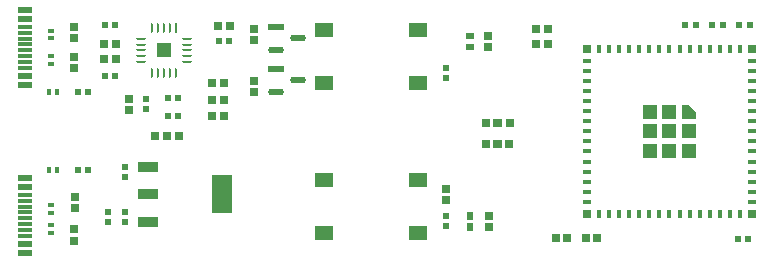
<source format=gtp>
G04*
G04 #@! TF.GenerationSoftware,Altium Limited,Altium Designer,24.10.1 (45)*
G04*
G04 Layer_Color=8421504*
%FSLAX25Y25*%
%MOIN*%
G70*
G04*
G04 #@! TF.SameCoordinates,D3134D55-57E6-493F-9EDF-3C94872CC342*
G04*
G04*
G04 #@! TF.FilePolarity,Positive*
G04*
G01*
G75*
%ADD15R,0.05105X0.05105*%
%ADD16R,0.02816X0.02648*%
%ADD17R,0.02648X0.02816*%
%ADD18R,0.04528X0.02362*%
%ADD19R,0.04528X0.01181*%
%ADD20R,0.04724X0.04724*%
%ADD21R,0.03150X0.01575*%
%ADD22R,0.01575X0.03150*%
%ADD23R,0.03150X0.03150*%
%ADD24R,0.02423X0.02254*%
G04:AMPARAMS|DCode=25|XSize=35.43mil|YSize=68.9mil|CornerRadius=1.95mil|HoleSize=0mil|Usage=FLASHONLY|Rotation=90.000|XOffset=0mil|YOffset=0mil|HoleType=Round|Shape=RoundedRectangle|*
%AMROUNDEDRECTD25*
21,1,0.03543,0.06500,0,0,90.0*
21,1,0.03154,0.06890,0,0,90.0*
1,1,0.00390,0.03250,0.01577*
1,1,0.00390,0.03250,-0.01577*
1,1,0.00390,-0.03250,-0.01577*
1,1,0.00390,-0.03250,0.01577*
%
%ADD25ROUNDEDRECTD25*%
G04:AMPARAMS|DCode=26|XSize=125.98mil|YSize=68.9mil|CornerRadius=2.07mil|HoleSize=0mil|Usage=FLASHONLY|Rotation=90.000|XOffset=0mil|YOffset=0mil|HoleType=Round|Shape=RoundedRectangle|*
%AMROUNDEDRECTD26*
21,1,0.12598,0.06476,0,0,90.0*
21,1,0.12185,0.06890,0,0,90.0*
1,1,0.00413,0.03238,0.06093*
1,1,0.00413,0.03238,-0.06093*
1,1,0.00413,-0.03238,-0.06093*
1,1,0.00413,-0.03238,0.06093*
%
%ADD26ROUNDEDRECTD26*%
%ADD27R,0.00955X0.03306*%
G04:AMPARAMS|DCode=28|XSize=33.06mil|YSize=9.55mil|CornerRadius=4.77mil|HoleSize=0mil|Usage=FLASHONLY|Rotation=270.000|XOffset=0mil|YOffset=0mil|HoleType=Round|Shape=RoundedRectangle|*
%AMROUNDEDRECTD28*
21,1,0.03306,0.00000,0,0,270.0*
21,1,0.02351,0.00955,0,0,270.0*
1,1,0.00955,0.00000,-0.01176*
1,1,0.00955,0.00000,0.01176*
1,1,0.00955,0.00000,0.01176*
1,1,0.00955,0.00000,-0.01176*
%
%ADD28ROUNDEDRECTD28*%
G04:AMPARAMS|DCode=29|XSize=9.55mil|YSize=33.06mil|CornerRadius=4.77mil|HoleSize=0mil|Usage=FLASHONLY|Rotation=270.000|XOffset=0mil|YOffset=0mil|HoleType=Round|Shape=RoundedRectangle|*
%AMROUNDEDRECTD29*
21,1,0.00955,0.02351,0,0,270.0*
21,1,0.00000,0.03306,0,0,270.0*
1,1,0.00955,-0.01176,0.00000*
1,1,0.00955,-0.01176,0.00000*
1,1,0.00955,0.01176,0.00000*
1,1,0.00955,0.01176,0.00000*
%
%ADD29ROUNDEDRECTD29*%
%ADD30R,0.02254X0.02423*%
%ADD31R,0.02362X0.01378*%
%ADD32R,0.01378X0.02362*%
%ADD33R,0.02756X0.02362*%
%ADD34R,0.01968X0.02756*%
%ADD35R,0.06102X0.05118*%
G04:AMPARAMS|DCode=36|XSize=53.43mil|YSize=22.53mil|CornerRadius=11.26mil|HoleSize=0mil|Usage=FLASHONLY|Rotation=0.000|XOffset=0mil|YOffset=0mil|HoleType=Round|Shape=RoundedRectangle|*
%AMROUNDEDRECTD36*
21,1,0.05343,0.00000,0,0,0.0*
21,1,0.03091,0.02253,0,0,0.0*
1,1,0.02253,0.01545,0.00000*
1,1,0.02253,-0.01545,0.00000*
1,1,0.02253,-0.01545,0.00000*
1,1,0.02253,0.01545,0.00000*
%
%ADD36ROUNDEDRECTD36*%
%ADD37R,0.05343X0.02253*%
G36*
X243638Y54134D02*
Y58858D01*
X246000D01*
X248362Y56496D01*
Y54134D01*
X243638D01*
D02*
G37*
D15*
X71000Y77000D02*
D03*
D16*
X68116Y48500D02*
D03*
X71884D02*
D03*
X72116D02*
D03*
X75884D02*
D03*
X92884Y85300D02*
D03*
X89116D02*
D03*
X54884Y74000D02*
D03*
X51116D02*
D03*
Y79000D02*
D03*
X54884D02*
D03*
X87116Y66000D02*
D03*
X90884D02*
D03*
X87116Y55000D02*
D03*
X90884D02*
D03*
Y60500D02*
D03*
X87116D02*
D03*
X198884Y84000D02*
D03*
X195116D02*
D03*
X205384Y14500D02*
D03*
X201616D02*
D03*
X198884Y79000D02*
D03*
X195116D02*
D03*
X215384Y14500D02*
D03*
X211616D02*
D03*
X178332Y52900D02*
D03*
X182100D02*
D03*
X182068Y45900D02*
D03*
X178300D02*
D03*
X186200Y52900D02*
D03*
X182432D02*
D03*
X182300Y45900D02*
D03*
X186068D02*
D03*
D17*
X59500Y60884D02*
D03*
Y57116D02*
D03*
X179500Y21884D02*
D03*
Y18116D02*
D03*
X179000Y81884D02*
D03*
Y78116D02*
D03*
X41000Y74884D02*
D03*
Y71116D02*
D03*
Y84884D02*
D03*
Y81116D02*
D03*
X41100Y13616D02*
D03*
Y17384D02*
D03*
X41200Y24316D02*
D03*
Y28084D02*
D03*
X101000Y66884D02*
D03*
Y63116D02*
D03*
X165000Y30884D02*
D03*
Y27116D02*
D03*
X101100Y80400D02*
D03*
Y84168D02*
D03*
X245704Y56200D02*
D03*
D18*
X24764Y65394D02*
D03*
Y90591D02*
D03*
Y87441D02*
D03*
Y68543D02*
D03*
Y12559D02*
D03*
Y31457D02*
D03*
Y34606D02*
D03*
Y9409D02*
D03*
D19*
Y71102D02*
D03*
Y73071D02*
D03*
Y75039D02*
D03*
Y77008D02*
D03*
Y78976D02*
D03*
Y80945D02*
D03*
Y82913D02*
D03*
Y84882D02*
D03*
Y28898D02*
D03*
Y26929D02*
D03*
Y24961D02*
D03*
Y22992D02*
D03*
Y21024D02*
D03*
Y19055D02*
D03*
Y17087D02*
D03*
Y15118D02*
D03*
D20*
X239504Y56496D02*
D03*
X233008D02*
D03*
Y50000D02*
D03*
Y43504D02*
D03*
X239504D02*
D03*
X246004Y43400D02*
D03*
X246000Y50000D02*
D03*
X239504D02*
D03*
D21*
X267063Y73425D02*
D03*
Y70079D02*
D03*
Y66732D02*
D03*
Y63386D02*
D03*
Y60039D02*
D03*
Y56693D02*
D03*
Y53347D02*
D03*
Y50000D02*
D03*
Y46654D02*
D03*
Y43307D02*
D03*
Y39961D02*
D03*
Y36614D02*
D03*
Y33268D02*
D03*
Y29921D02*
D03*
Y26575D02*
D03*
X211945D02*
D03*
Y29921D02*
D03*
Y33268D02*
D03*
Y36614D02*
D03*
Y39961D02*
D03*
Y43307D02*
D03*
Y46654D02*
D03*
Y50000D02*
D03*
Y53347D02*
D03*
Y56693D02*
D03*
Y60039D02*
D03*
Y63386D02*
D03*
Y66732D02*
D03*
Y70079D02*
D03*
Y73425D02*
D03*
D22*
X262929Y22441D02*
D03*
X259583D02*
D03*
X256236D02*
D03*
X252890D02*
D03*
X249543D02*
D03*
X246197D02*
D03*
X242850D02*
D03*
X239504D02*
D03*
X236157D02*
D03*
X232811D02*
D03*
X229465D02*
D03*
X226118D02*
D03*
X222772D02*
D03*
X219425D02*
D03*
X216079D02*
D03*
Y77559D02*
D03*
X219425D02*
D03*
X222772D02*
D03*
X226118D02*
D03*
X229465D02*
D03*
X232811D02*
D03*
X236157D02*
D03*
X239504D02*
D03*
X242850D02*
D03*
X246197D02*
D03*
X249543D02*
D03*
X252890D02*
D03*
X256236D02*
D03*
X259583D02*
D03*
X262929D02*
D03*
D23*
X211945Y22441D02*
D03*
X267063D02*
D03*
X211945Y77559D02*
D03*
X267063D02*
D03*
D24*
X266187Y85500D02*
D03*
X262813D02*
D03*
X51313D02*
D03*
X54687D02*
D03*
X72313Y61000D02*
D03*
X75687D02*
D03*
X72313Y55000D02*
D03*
X75687D02*
D03*
X42313Y63000D02*
D03*
X45687D02*
D03*
X265687Y14000D02*
D03*
X262313D02*
D03*
X54687Y68500D02*
D03*
X51313D02*
D03*
X89313Y80000D02*
D03*
X92687D02*
D03*
X42313Y37000D02*
D03*
X45687D02*
D03*
X253813Y85500D02*
D03*
X257187D02*
D03*
X248187D02*
D03*
X244813D02*
D03*
D25*
X65697Y38055D02*
D03*
Y29000D02*
D03*
Y19945D02*
D03*
D26*
X90303Y29000D02*
D03*
D27*
X74937Y84541D02*
D03*
D28*
X72969D02*
D03*
X71000D02*
D03*
X69032D02*
D03*
X67063D02*
D03*
Y69459D02*
D03*
X69032D02*
D03*
X71000D02*
D03*
X72969D02*
D03*
X74937D02*
D03*
D29*
X63459Y80937D02*
D03*
Y78969D02*
D03*
Y77000D02*
D03*
Y75032D02*
D03*
Y73063D02*
D03*
X78541D02*
D03*
Y75032D02*
D03*
Y77000D02*
D03*
Y78969D02*
D03*
Y80937D02*
D03*
D30*
X65000Y60687D02*
D03*
Y57313D02*
D03*
X52500Y19813D02*
D03*
Y23187D02*
D03*
X58000Y19813D02*
D03*
Y23187D02*
D03*
Y38187D02*
D03*
Y34813D02*
D03*
X165000Y71187D02*
D03*
Y67813D02*
D03*
Y21687D02*
D03*
Y18313D02*
D03*
D31*
X33500Y75000D02*
D03*
Y72441D02*
D03*
Y81000D02*
D03*
Y83559D02*
D03*
Y18700D02*
D03*
Y16141D02*
D03*
Y22920D02*
D03*
Y25480D02*
D03*
D32*
X35280Y63000D02*
D03*
X32721D02*
D03*
X35280Y37000D02*
D03*
X32721D02*
D03*
D33*
X173000Y81870D02*
D03*
Y78130D02*
D03*
D34*
Y21772D02*
D03*
Y18228D02*
D03*
D35*
X124350Y83858D02*
D03*
X155650D02*
D03*
X124350Y66142D02*
D03*
X155650D02*
D03*
X124350Y33858D02*
D03*
X155650D02*
D03*
X124350Y16142D02*
D03*
X155650D02*
D03*
D36*
X115742Y67000D02*
D03*
X108258Y63260D02*
D03*
X115742Y81000D02*
D03*
X108258Y77260D02*
D03*
D37*
Y70740D02*
D03*
Y84740D02*
D03*
M02*

</source>
